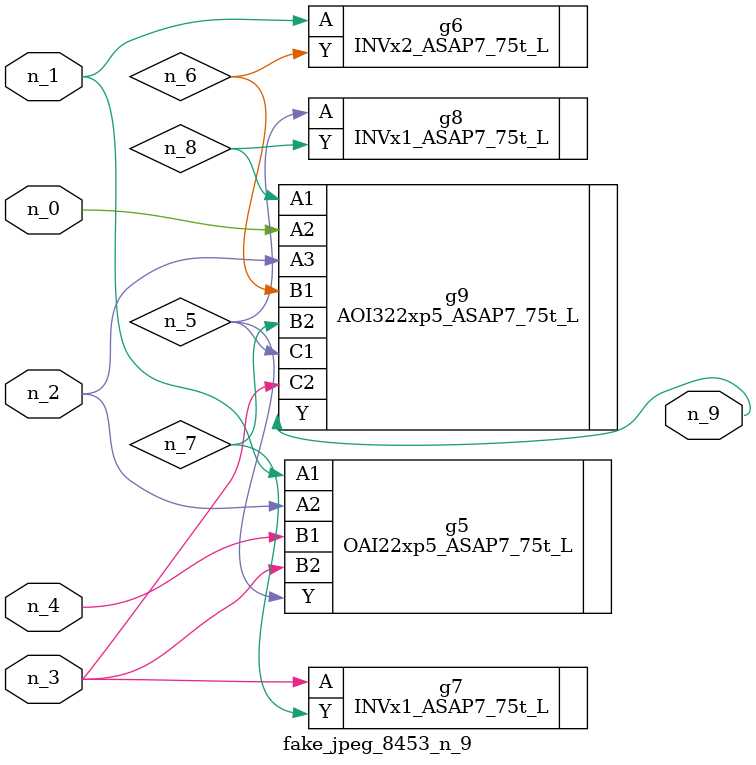
<source format=v>
module fake_jpeg_8453_n_9 (n_3, n_2, n_1, n_0, n_4, n_9);

input n_3;
input n_2;
input n_1;
input n_0;
input n_4;

output n_9;

wire n_8;
wire n_6;
wire n_5;
wire n_7;

OAI22xp5_ASAP7_75t_L g5 ( 
.A1(n_1),
.A2(n_2),
.B1(n_4),
.B2(n_3),
.Y(n_5)
);

INVx2_ASAP7_75t_L g6 ( 
.A(n_1),
.Y(n_6)
);

INVx1_ASAP7_75t_L g7 ( 
.A(n_3),
.Y(n_7)
);

INVx1_ASAP7_75t_L g8 ( 
.A(n_5),
.Y(n_8)
);

AOI322xp5_ASAP7_75t_L g9 ( 
.A1(n_8),
.A2(n_0),
.A3(n_2),
.B1(n_6),
.B2(n_7),
.C1(n_5),
.C2(n_3),
.Y(n_9)
);


endmodule
</source>
